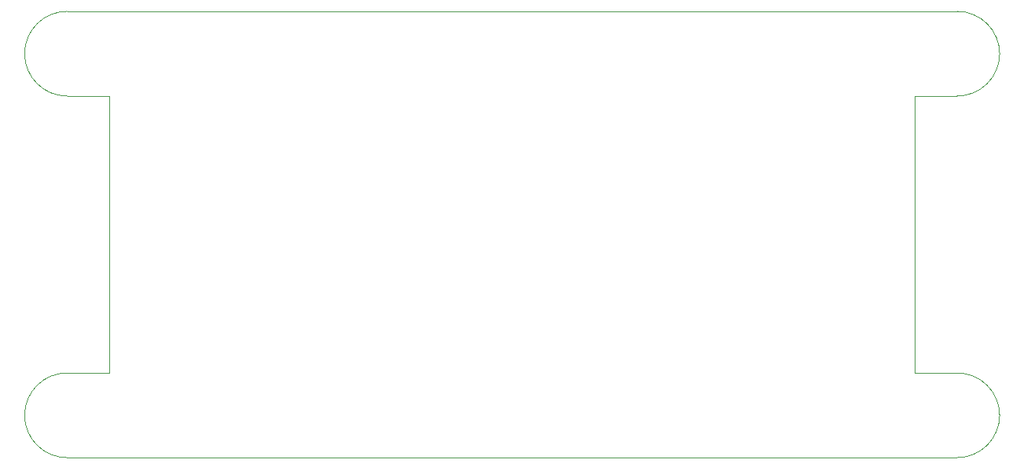
<source format=gbr>
%TF.GenerationSoftware,KiCad,Pcbnew,(5.1.10)-1*%
%TF.CreationDate,2021-11-29T17:35:52+04:00*%
%TF.ProjectId,Coffe_Machine_Gogokhia_Edition_SIMPLE,436f6666-655f-44d6-9163-68696e655f47,rev?*%
%TF.SameCoordinates,Original*%
%TF.FileFunction,Profile,NP*%
%FSLAX46Y46*%
G04 Gerber Fmt 4.6, Leading zero omitted, Abs format (unit mm)*
G04 Created by KiCad (PCBNEW (5.1.10)-1) date 2021-11-29 17:35:52*
%MOMM*%
%LPD*%
G01*
G04 APERTURE LIST*
%TA.AperFunction,Profile*%
%ADD10C,0.050000*%
%TD*%
G04 APERTURE END LIST*
D10*
X97993200Y-68770500D02*
X93319598Y-68770500D01*
X97993200Y-78168515D02*
X93306900Y-78168515D01*
X93306900Y-78168515D02*
G75*
G02*
X93319598Y-68770500I-1J4699016D01*
G01*
X187248800Y-78168500D02*
X191922402Y-78168500D01*
X187248800Y-68770485D02*
X191935100Y-68770485D01*
X191935100Y-68770485D02*
G75*
G02*
X191922402Y-78168500I1J-4699016D01*
G01*
X187248800Y-118313200D02*
X191922402Y-118313200D01*
X187248800Y-108915185D02*
X191935100Y-108915185D01*
X191935100Y-108915185D02*
G75*
G02*
X191922402Y-118313200I1J-4699016D01*
G01*
X97993200Y-108915185D02*
X93319598Y-108915185D01*
X93306900Y-118313200D02*
G75*
G02*
X93319598Y-108915185I-1J4699016D01*
G01*
X97993200Y-118313200D02*
X93306900Y-118313200D01*
X187248800Y-78168500D02*
X187248800Y-108915185D01*
X187248800Y-68770500D02*
X97993200Y-68770500D01*
X97993200Y-78168500D02*
X97993200Y-108915200D01*
X187248800Y-118313200D02*
X97993200Y-118313200D01*
M02*

</source>
